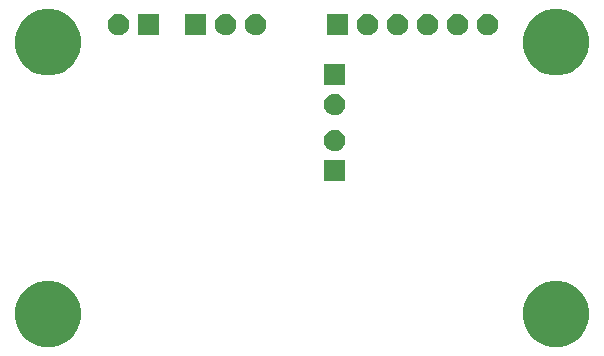
<source format=gbr>
G04 #@! TF.GenerationSoftware,KiCad,Pcbnew,(5.1.5)-2*
G04 #@! TF.CreationDate,2020-10-14T11:31:30+02:00*
G04 #@! TF.ProjectId,XLR_Driver,584c525f-4472-4697-9665-722e6b696361,rev?*
G04 #@! TF.SameCoordinates,Original*
G04 #@! TF.FileFunction,Soldermask,Bot*
G04 #@! TF.FilePolarity,Negative*
%FSLAX46Y46*%
G04 Gerber Fmt 4.6, Leading zero omitted, Abs format (unit mm)*
G04 Created by KiCad (PCBNEW (5.1.5)-2) date 2020-10-14 11:31:30*
%MOMM*%
%LPD*%
G04 APERTURE LIST*
%ADD10C,0.100000*%
G04 APERTURE END LIST*
D10*
G36*
X147317021Y-63806640D02*
G01*
X147826769Y-64017785D01*
X147826771Y-64017786D01*
X148285534Y-64324321D01*
X148675679Y-64714466D01*
X148982214Y-65173229D01*
X148982215Y-65173231D01*
X149193360Y-65682979D01*
X149301000Y-66224124D01*
X149301000Y-66775876D01*
X149193360Y-67317021D01*
X148982215Y-67826769D01*
X148982214Y-67826771D01*
X148675679Y-68285534D01*
X148285534Y-68675679D01*
X147826771Y-68982214D01*
X147826770Y-68982215D01*
X147826769Y-68982215D01*
X147317021Y-69193360D01*
X146775876Y-69301000D01*
X146224124Y-69301000D01*
X145682979Y-69193360D01*
X145173231Y-68982215D01*
X145173230Y-68982215D01*
X145173229Y-68982214D01*
X144714466Y-68675679D01*
X144324321Y-68285534D01*
X144017786Y-67826771D01*
X144017785Y-67826769D01*
X143806640Y-67317021D01*
X143699000Y-66775876D01*
X143699000Y-66224124D01*
X143806640Y-65682979D01*
X144017785Y-65173231D01*
X144017786Y-65173229D01*
X144324321Y-64714466D01*
X144714466Y-64324321D01*
X145173229Y-64017786D01*
X145173231Y-64017785D01*
X145682979Y-63806640D01*
X146224124Y-63699000D01*
X146775876Y-63699000D01*
X147317021Y-63806640D01*
G37*
G36*
X104317021Y-63806640D02*
G01*
X104826769Y-64017785D01*
X104826771Y-64017786D01*
X105285534Y-64324321D01*
X105675679Y-64714466D01*
X105982214Y-65173229D01*
X105982215Y-65173231D01*
X106193360Y-65682979D01*
X106301000Y-66224124D01*
X106301000Y-66775876D01*
X106193360Y-67317021D01*
X105982215Y-67826769D01*
X105982214Y-67826771D01*
X105675679Y-68285534D01*
X105285534Y-68675679D01*
X104826771Y-68982214D01*
X104826770Y-68982215D01*
X104826769Y-68982215D01*
X104317021Y-69193360D01*
X103775876Y-69301000D01*
X103224124Y-69301000D01*
X102682979Y-69193360D01*
X102173231Y-68982215D01*
X102173230Y-68982215D01*
X102173229Y-68982214D01*
X101714466Y-68675679D01*
X101324321Y-68285534D01*
X101017786Y-67826771D01*
X101017785Y-67826769D01*
X100806640Y-67317021D01*
X100699000Y-66775876D01*
X100699000Y-66224124D01*
X100806640Y-65682979D01*
X101017785Y-65173231D01*
X101017786Y-65173229D01*
X101324321Y-64714466D01*
X101714466Y-64324321D01*
X102173229Y-64017786D01*
X102173231Y-64017785D01*
X102682979Y-63806640D01*
X103224124Y-63699000D01*
X103775876Y-63699000D01*
X104317021Y-63806640D01*
G37*
G36*
X128663000Y-55257000D02*
G01*
X126861000Y-55257000D01*
X126861000Y-53455000D01*
X128663000Y-53455000D01*
X128663000Y-55257000D01*
G37*
G36*
X127875512Y-50919927D02*
G01*
X128024812Y-50949624D01*
X128188784Y-51017544D01*
X128336354Y-51116147D01*
X128461853Y-51241646D01*
X128560456Y-51389216D01*
X128628376Y-51553188D01*
X128663000Y-51727259D01*
X128663000Y-51904741D01*
X128628376Y-52078812D01*
X128560456Y-52242784D01*
X128461853Y-52390354D01*
X128336354Y-52515853D01*
X128188784Y-52614456D01*
X128024812Y-52682376D01*
X127875512Y-52712073D01*
X127850742Y-52717000D01*
X127673258Y-52717000D01*
X127648488Y-52712073D01*
X127499188Y-52682376D01*
X127335216Y-52614456D01*
X127187646Y-52515853D01*
X127062147Y-52390354D01*
X126963544Y-52242784D01*
X126895624Y-52078812D01*
X126861000Y-51904741D01*
X126861000Y-51727259D01*
X126895624Y-51553188D01*
X126963544Y-51389216D01*
X127062147Y-51241646D01*
X127187646Y-51116147D01*
X127335216Y-51017544D01*
X127499188Y-50949624D01*
X127648488Y-50919927D01*
X127673258Y-50915000D01*
X127850742Y-50915000D01*
X127875512Y-50919927D01*
G37*
G36*
X127875512Y-47871927D02*
G01*
X128024812Y-47901624D01*
X128188784Y-47969544D01*
X128336354Y-48068147D01*
X128461853Y-48193646D01*
X128560456Y-48341216D01*
X128628376Y-48505188D01*
X128663000Y-48679259D01*
X128663000Y-48856741D01*
X128628376Y-49030812D01*
X128560456Y-49194784D01*
X128461853Y-49342354D01*
X128336354Y-49467853D01*
X128188784Y-49566456D01*
X128024812Y-49634376D01*
X127875512Y-49664073D01*
X127850742Y-49669000D01*
X127673258Y-49669000D01*
X127648488Y-49664073D01*
X127499188Y-49634376D01*
X127335216Y-49566456D01*
X127187646Y-49467853D01*
X127062147Y-49342354D01*
X126963544Y-49194784D01*
X126895624Y-49030812D01*
X126861000Y-48856741D01*
X126861000Y-48679259D01*
X126895624Y-48505188D01*
X126963544Y-48341216D01*
X127062147Y-48193646D01*
X127187646Y-48068147D01*
X127335216Y-47969544D01*
X127499188Y-47901624D01*
X127648488Y-47871927D01*
X127673258Y-47867000D01*
X127850742Y-47867000D01*
X127875512Y-47871927D01*
G37*
G36*
X128663000Y-47129000D02*
G01*
X126861000Y-47129000D01*
X126861000Y-45327000D01*
X128663000Y-45327000D01*
X128663000Y-47129000D01*
G37*
G36*
X147317021Y-40806640D02*
G01*
X147826769Y-41017785D01*
X147826771Y-41017786D01*
X148285534Y-41324321D01*
X148675679Y-41714466D01*
X148982214Y-42173229D01*
X148982215Y-42173231D01*
X149193360Y-42682979D01*
X149301000Y-43224124D01*
X149301000Y-43775876D01*
X149193360Y-44317021D01*
X148982215Y-44826769D01*
X148982214Y-44826771D01*
X148675679Y-45285534D01*
X148285534Y-45675679D01*
X147826771Y-45982214D01*
X147826770Y-45982215D01*
X147826769Y-45982215D01*
X147317021Y-46193360D01*
X146775876Y-46301000D01*
X146224124Y-46301000D01*
X145682979Y-46193360D01*
X145173231Y-45982215D01*
X145173230Y-45982215D01*
X145173229Y-45982214D01*
X144714466Y-45675679D01*
X144324321Y-45285534D01*
X144017786Y-44826771D01*
X144017785Y-44826769D01*
X143806640Y-44317021D01*
X143699000Y-43775876D01*
X143699000Y-43224124D01*
X143806640Y-42682979D01*
X144017785Y-42173231D01*
X144017786Y-42173229D01*
X144324321Y-41714466D01*
X144714466Y-41324321D01*
X145173229Y-41017786D01*
X145173231Y-41017785D01*
X145682979Y-40806640D01*
X146224124Y-40699000D01*
X146775876Y-40699000D01*
X147317021Y-40806640D01*
G37*
G36*
X104317021Y-40806640D02*
G01*
X104826769Y-41017785D01*
X104826771Y-41017786D01*
X105285534Y-41324321D01*
X105675679Y-41714466D01*
X105982214Y-42173229D01*
X105982215Y-42173231D01*
X106193360Y-42682979D01*
X106301000Y-43224124D01*
X106301000Y-43775876D01*
X106193360Y-44317021D01*
X105982215Y-44826769D01*
X105982214Y-44826771D01*
X105675679Y-45285534D01*
X105285534Y-45675679D01*
X104826771Y-45982214D01*
X104826770Y-45982215D01*
X104826769Y-45982215D01*
X104317021Y-46193360D01*
X103775876Y-46301000D01*
X103224124Y-46301000D01*
X102682979Y-46193360D01*
X102173231Y-45982215D01*
X102173230Y-45982215D01*
X102173229Y-45982214D01*
X101714466Y-45675679D01*
X101324321Y-45285534D01*
X101017786Y-44826771D01*
X101017785Y-44826769D01*
X100806640Y-44317021D01*
X100699000Y-43775876D01*
X100699000Y-43224124D01*
X100806640Y-42682979D01*
X101017785Y-42173231D01*
X101017786Y-42173229D01*
X101324321Y-41714466D01*
X101714466Y-41324321D01*
X102173229Y-41017786D01*
X102173231Y-41017785D01*
X102682979Y-40806640D01*
X103224124Y-40699000D01*
X103775876Y-40699000D01*
X104317021Y-40806640D01*
G37*
G36*
X118653512Y-41103927D02*
G01*
X118802812Y-41133624D01*
X118966784Y-41201544D01*
X119114354Y-41300147D01*
X119239853Y-41425646D01*
X119338456Y-41573216D01*
X119406376Y-41737188D01*
X119441000Y-41911259D01*
X119441000Y-42088741D01*
X119406376Y-42262812D01*
X119338456Y-42426784D01*
X119239853Y-42574354D01*
X119114354Y-42699853D01*
X118966784Y-42798456D01*
X118802812Y-42866376D01*
X118653512Y-42896073D01*
X118628742Y-42901000D01*
X118451258Y-42901000D01*
X118426488Y-42896073D01*
X118277188Y-42866376D01*
X118113216Y-42798456D01*
X117965646Y-42699853D01*
X117840147Y-42574354D01*
X117741544Y-42426784D01*
X117673624Y-42262812D01*
X117639000Y-42088741D01*
X117639000Y-41911259D01*
X117673624Y-41737188D01*
X117741544Y-41573216D01*
X117840147Y-41425646D01*
X117965646Y-41300147D01*
X118113216Y-41201544D01*
X118277188Y-41133624D01*
X118426488Y-41103927D01*
X118451258Y-41099000D01*
X118628742Y-41099000D01*
X118653512Y-41103927D01*
G37*
G36*
X121193512Y-41103927D02*
G01*
X121342812Y-41133624D01*
X121506784Y-41201544D01*
X121654354Y-41300147D01*
X121779853Y-41425646D01*
X121878456Y-41573216D01*
X121946376Y-41737188D01*
X121981000Y-41911259D01*
X121981000Y-42088741D01*
X121946376Y-42262812D01*
X121878456Y-42426784D01*
X121779853Y-42574354D01*
X121654354Y-42699853D01*
X121506784Y-42798456D01*
X121342812Y-42866376D01*
X121193512Y-42896073D01*
X121168742Y-42901000D01*
X120991258Y-42901000D01*
X120966488Y-42896073D01*
X120817188Y-42866376D01*
X120653216Y-42798456D01*
X120505646Y-42699853D01*
X120380147Y-42574354D01*
X120281544Y-42426784D01*
X120213624Y-42262812D01*
X120179000Y-42088741D01*
X120179000Y-41911259D01*
X120213624Y-41737188D01*
X120281544Y-41573216D01*
X120380147Y-41425646D01*
X120505646Y-41300147D01*
X120653216Y-41201544D01*
X120817188Y-41133624D01*
X120966488Y-41103927D01*
X120991258Y-41099000D01*
X121168742Y-41099000D01*
X121193512Y-41103927D01*
G37*
G36*
X109573512Y-41103927D02*
G01*
X109722812Y-41133624D01*
X109886784Y-41201544D01*
X110034354Y-41300147D01*
X110159853Y-41425646D01*
X110258456Y-41573216D01*
X110326376Y-41737188D01*
X110361000Y-41911259D01*
X110361000Y-42088741D01*
X110326376Y-42262812D01*
X110258456Y-42426784D01*
X110159853Y-42574354D01*
X110034354Y-42699853D01*
X109886784Y-42798456D01*
X109722812Y-42866376D01*
X109573512Y-42896073D01*
X109548742Y-42901000D01*
X109371258Y-42901000D01*
X109346488Y-42896073D01*
X109197188Y-42866376D01*
X109033216Y-42798456D01*
X108885646Y-42699853D01*
X108760147Y-42574354D01*
X108661544Y-42426784D01*
X108593624Y-42262812D01*
X108559000Y-42088741D01*
X108559000Y-41911259D01*
X108593624Y-41737188D01*
X108661544Y-41573216D01*
X108760147Y-41425646D01*
X108885646Y-41300147D01*
X109033216Y-41201544D01*
X109197188Y-41133624D01*
X109346488Y-41103927D01*
X109371258Y-41099000D01*
X109548742Y-41099000D01*
X109573512Y-41103927D01*
G37*
G36*
X112901000Y-42901000D02*
G01*
X111099000Y-42901000D01*
X111099000Y-41099000D01*
X112901000Y-41099000D01*
X112901000Y-42901000D01*
G37*
G36*
X140813512Y-41103927D02*
G01*
X140962812Y-41133624D01*
X141126784Y-41201544D01*
X141274354Y-41300147D01*
X141399853Y-41425646D01*
X141498456Y-41573216D01*
X141566376Y-41737188D01*
X141601000Y-41911259D01*
X141601000Y-42088741D01*
X141566376Y-42262812D01*
X141498456Y-42426784D01*
X141399853Y-42574354D01*
X141274354Y-42699853D01*
X141126784Y-42798456D01*
X140962812Y-42866376D01*
X140813512Y-42896073D01*
X140788742Y-42901000D01*
X140611258Y-42901000D01*
X140586488Y-42896073D01*
X140437188Y-42866376D01*
X140273216Y-42798456D01*
X140125646Y-42699853D01*
X140000147Y-42574354D01*
X139901544Y-42426784D01*
X139833624Y-42262812D01*
X139799000Y-42088741D01*
X139799000Y-41911259D01*
X139833624Y-41737188D01*
X139901544Y-41573216D01*
X140000147Y-41425646D01*
X140125646Y-41300147D01*
X140273216Y-41201544D01*
X140437188Y-41133624D01*
X140586488Y-41103927D01*
X140611258Y-41099000D01*
X140788742Y-41099000D01*
X140813512Y-41103927D01*
G37*
G36*
X138273512Y-41103927D02*
G01*
X138422812Y-41133624D01*
X138586784Y-41201544D01*
X138734354Y-41300147D01*
X138859853Y-41425646D01*
X138958456Y-41573216D01*
X139026376Y-41737188D01*
X139061000Y-41911259D01*
X139061000Y-42088741D01*
X139026376Y-42262812D01*
X138958456Y-42426784D01*
X138859853Y-42574354D01*
X138734354Y-42699853D01*
X138586784Y-42798456D01*
X138422812Y-42866376D01*
X138273512Y-42896073D01*
X138248742Y-42901000D01*
X138071258Y-42901000D01*
X138046488Y-42896073D01*
X137897188Y-42866376D01*
X137733216Y-42798456D01*
X137585646Y-42699853D01*
X137460147Y-42574354D01*
X137361544Y-42426784D01*
X137293624Y-42262812D01*
X137259000Y-42088741D01*
X137259000Y-41911259D01*
X137293624Y-41737188D01*
X137361544Y-41573216D01*
X137460147Y-41425646D01*
X137585646Y-41300147D01*
X137733216Y-41201544D01*
X137897188Y-41133624D01*
X138046488Y-41103927D01*
X138071258Y-41099000D01*
X138248742Y-41099000D01*
X138273512Y-41103927D01*
G37*
G36*
X135733512Y-41103927D02*
G01*
X135882812Y-41133624D01*
X136046784Y-41201544D01*
X136194354Y-41300147D01*
X136319853Y-41425646D01*
X136418456Y-41573216D01*
X136486376Y-41737188D01*
X136521000Y-41911259D01*
X136521000Y-42088741D01*
X136486376Y-42262812D01*
X136418456Y-42426784D01*
X136319853Y-42574354D01*
X136194354Y-42699853D01*
X136046784Y-42798456D01*
X135882812Y-42866376D01*
X135733512Y-42896073D01*
X135708742Y-42901000D01*
X135531258Y-42901000D01*
X135506488Y-42896073D01*
X135357188Y-42866376D01*
X135193216Y-42798456D01*
X135045646Y-42699853D01*
X134920147Y-42574354D01*
X134821544Y-42426784D01*
X134753624Y-42262812D01*
X134719000Y-42088741D01*
X134719000Y-41911259D01*
X134753624Y-41737188D01*
X134821544Y-41573216D01*
X134920147Y-41425646D01*
X135045646Y-41300147D01*
X135193216Y-41201544D01*
X135357188Y-41133624D01*
X135506488Y-41103927D01*
X135531258Y-41099000D01*
X135708742Y-41099000D01*
X135733512Y-41103927D01*
G37*
G36*
X133193512Y-41103927D02*
G01*
X133342812Y-41133624D01*
X133506784Y-41201544D01*
X133654354Y-41300147D01*
X133779853Y-41425646D01*
X133878456Y-41573216D01*
X133946376Y-41737188D01*
X133981000Y-41911259D01*
X133981000Y-42088741D01*
X133946376Y-42262812D01*
X133878456Y-42426784D01*
X133779853Y-42574354D01*
X133654354Y-42699853D01*
X133506784Y-42798456D01*
X133342812Y-42866376D01*
X133193512Y-42896073D01*
X133168742Y-42901000D01*
X132991258Y-42901000D01*
X132966488Y-42896073D01*
X132817188Y-42866376D01*
X132653216Y-42798456D01*
X132505646Y-42699853D01*
X132380147Y-42574354D01*
X132281544Y-42426784D01*
X132213624Y-42262812D01*
X132179000Y-42088741D01*
X132179000Y-41911259D01*
X132213624Y-41737188D01*
X132281544Y-41573216D01*
X132380147Y-41425646D01*
X132505646Y-41300147D01*
X132653216Y-41201544D01*
X132817188Y-41133624D01*
X132966488Y-41103927D01*
X132991258Y-41099000D01*
X133168742Y-41099000D01*
X133193512Y-41103927D01*
G37*
G36*
X130653512Y-41103927D02*
G01*
X130802812Y-41133624D01*
X130966784Y-41201544D01*
X131114354Y-41300147D01*
X131239853Y-41425646D01*
X131338456Y-41573216D01*
X131406376Y-41737188D01*
X131441000Y-41911259D01*
X131441000Y-42088741D01*
X131406376Y-42262812D01*
X131338456Y-42426784D01*
X131239853Y-42574354D01*
X131114354Y-42699853D01*
X130966784Y-42798456D01*
X130802812Y-42866376D01*
X130653512Y-42896073D01*
X130628742Y-42901000D01*
X130451258Y-42901000D01*
X130426488Y-42896073D01*
X130277188Y-42866376D01*
X130113216Y-42798456D01*
X129965646Y-42699853D01*
X129840147Y-42574354D01*
X129741544Y-42426784D01*
X129673624Y-42262812D01*
X129639000Y-42088741D01*
X129639000Y-41911259D01*
X129673624Y-41737188D01*
X129741544Y-41573216D01*
X129840147Y-41425646D01*
X129965646Y-41300147D01*
X130113216Y-41201544D01*
X130277188Y-41133624D01*
X130426488Y-41103927D01*
X130451258Y-41099000D01*
X130628742Y-41099000D01*
X130653512Y-41103927D01*
G37*
G36*
X116901000Y-42901000D02*
G01*
X115099000Y-42901000D01*
X115099000Y-41099000D01*
X116901000Y-41099000D01*
X116901000Y-42901000D01*
G37*
G36*
X128901000Y-42901000D02*
G01*
X127099000Y-42901000D01*
X127099000Y-41099000D01*
X128901000Y-41099000D01*
X128901000Y-42901000D01*
G37*
M02*

</source>
